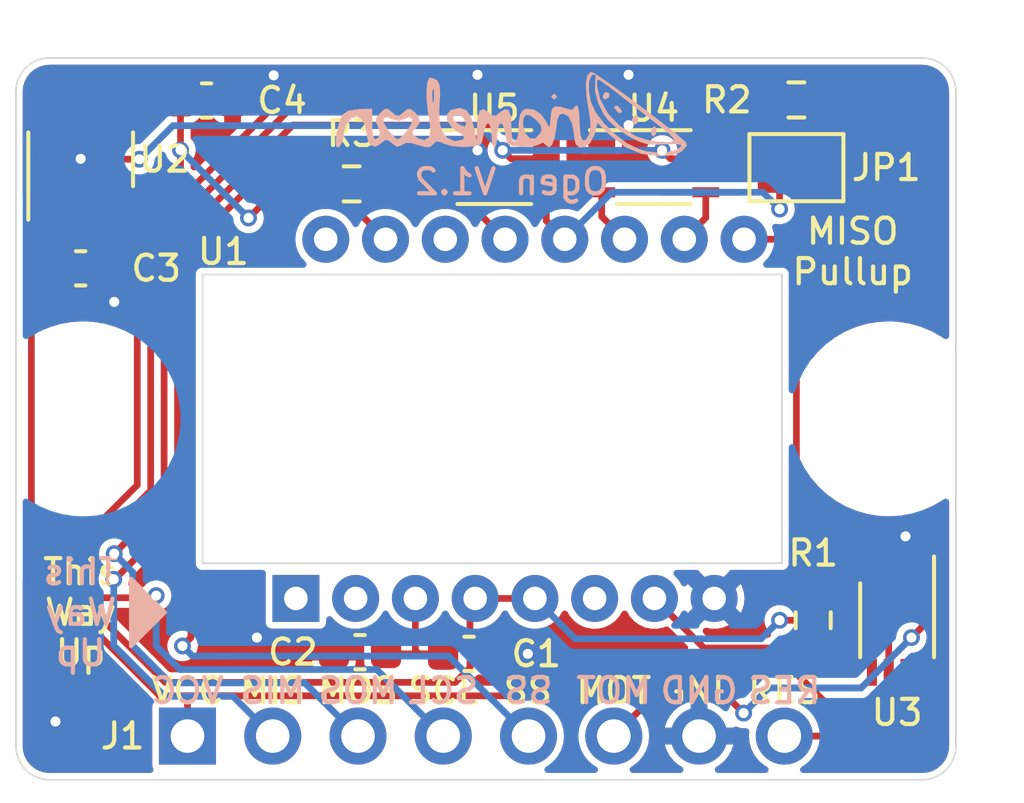
<source format=kicad_pcb>
(kicad_pcb (version 20211014) (generator pcbnew)
  (title_block (title "Ogen") (date "2022-11-11") (rev "V1.2") (company "Ariamelon"))
  (layers (0 "F.Cu" signal) (31 "B.Cu" signal) (34 "B.Paste" user) (35 "F.Paste" user) (36 "B.SilkS" user "B.Silkscreen") (37 "F.SilkS" user "F.Silkscreen") (38 "B.Mask" user) (39 "F.Mask" user) (44 "Edge.Cuts" user))
  (net 0 "")
  (net 1 "GND")
  (net 2 "Net-(C1-Pad1)")
  (net 3 "VCC")
  (net 4 "NRESET")
  (net 5 "MOT-H")
  (net 6 "SS-H")
  (net 7 "SCLK-H")
  (net 8 "MOSI-H")
  (net 9 "MISO-H")
  (net 10 "Net-(JP1-Pad1)")
  (net 11 "MISO")
  (net 12 "MOT")
  (net 13 "SCLK")
  (net 14 "MOSI")
  (net 15 "SS")
  (net 16 "VDD")
  (net 22 "Net-(R3-Pad1)")
  (net 23 "NRESET-H")
  (footprint "Connector_PinHeader_2.54mm:PinHeader_1x08_P2.54mm_Vertical" (layer "F.Cu") (at 26.572 33.184 90)
    (fp_text reference "J1" (at 0 -10.822 unlocked) (layer "F.SilkS") (effects (font (size 0.75 0.75) (thickness 0.125))))
    (fp_text value "Input")
    (pad "1" thru_hole rect locked (at 0 -8.89 90) (size 1.7 1.7) (drill 1) (layers *.Cu *.Mask) (net 3 "VCC"))
    (pad "2" thru_hole oval locked (at 0 -6.35 90) (size 1.7 1.7) (drill 1) (layers *.Cu *.Mask) (net 9 "MISO-H"))
    (pad "3" thru_hole oval locked (at 0 -3.81 90) (size 1.7 1.7) (drill 1) (layers *.Cu *.Mask) (net 8 "MOSI-H"))
    (pad "4" thru_hole oval locked (at 0 -1.27 90) (size 1.7 1.7) (drill 1) (layers *.Cu *.Mask) (net 7 "SCLK-H"))
    (pad "5" thru_hole oval locked (at 0 1.27 90) (size 1.7 1.7) (drill 1) (layers *.Cu *.Mask) (net 6 "SS-H"))
    (pad "6" thru_hole oval locked (at 0 3.81 90) (size 1.7 1.7) (drill 1) (layers *.Cu *.Mask) (net 5 "MOT-H"))
    (pad "7" thru_hole oval locked (at 0 6.35 90) (size 1.7 1.7) (drill 1) (layers *.Cu *.Mask) (net 1 "GND"))
    (pad "8" thru_hole oval locked (at 0 8.89 90) (size 1.7 1.7) (drill 1) (layers *.Cu *.Mask) (net 23 "NRESET-H"))
  )
  (footprint "Ogen:IC_PMW3360DM-T2QU" (layer "F.Cu") (at 26.572 23.734 90)
    (fp_text reference "U1" (at 4.984 -7.822 unlocked) (layer "F.SilkS") (effects (font (size 0.75 0.75) (thickness 0.125))))
    (fp_text value "PMW3360DM-T2QU")
    (fp_line (start 4.3 -8.44) (end -4.3 -8.44) (layer "Edge.Cuts") (width 0.05))
    (fp_line (start 4.3 8.82) (end -4.3 8.82) (layer "Edge.Cuts") (width 0.05))
    (fp_line (start 4.3 -8.44) (end 4.3 8.82) (layer "Edge.Cuts") (width 0.05))
    (fp_line (start -4.3 -8.44) (end -4.3 8.82) (layer "Edge.Cuts") (width 0.05))
    (pad "1" thru_hole rect locked (at -5.35 -5.66 270) (size 1.4 1.4) (drill 0.7) (layers *.Cu *.Mask))
    (pad "2" thru_hole circle locked (at -5.35 -3.88 270) (size 1.4 1.4) (drill 0.7) (layers *.Cu *.Mask))
    (pad "3" thru_hole circle locked (at -5.35 -2.1 270) (size 1.4 1.4) (drill 0.7) (layers *.Cu *.Mask) (net 2 "Net-(C1-Pad1)"))
    (pad "4" thru_hole circle locked (at -5.35 -0.32 270) (size 1.4 1.4) (drill 0.7) (layers *.Cu *.Mask) (net 16 "VDD"))
    (pad "5" thru_hole circle locked (at -5.35 1.46 270) (size 1.4 1.4) (drill 0.7) (layers *.Cu *.Mask) (net 16 "VDD"))
    (pad "6" thru_hole circle locked (at -5.35 3.24 270) (size 1.4 1.4) (drill 0.7) (layers *.Cu *.Mask))
    (pad "7" thru_hole circle locked (at -5.35 5.02 270) (size 1.4 1.4) (drill 0.7) (layers *.Cu *.Mask) (net 4 "NRESET"))
    (pad "8" thru_hole circle locked (at -5.35 6.8 270) (size 1.4 1.4) (drill 0.7) (layers *.Cu *.Mask) (net 1 "GND"))
    (pad "9" thru_hole circle locked (at 5.35 7.69 270) (size 1.4 1.4) (drill 0.7) (layers *.Cu *.Mask) (net 12 "MOT"))
    (pad "10" thru_hole circle locked (at 5.35 5.91 270) (size 1.4 1.4) (drill 0.7) (layers *.Cu *.Mask) (net 13 "SCLK"))
    (pad "11" thru_hole circle locked (at 5.35 4.13 270) (size 1.4 1.4) (drill 0.7) (layers *.Cu *.Mask) (net 14 "MOSI"))
    (pad "12" thru_hole circle locked (at 5.35 2.35 270) (size 1.4 1.4) (drill 0.7) (layers *.Cu *.Mask) (net 11 "MISO"))
    (pad "13" thru_hole circle locked (at 5.35 0.57 270) (size 1.4 1.4) (drill 0.7) (layers *.Cu *.Mask) (net 15 "SS"))
    (pad "14" thru_hole circle locked (at 5.35 -1.21 270) (size 1.4 1.4) (drill 0.7) (layers *.Cu *.Mask))
    (pad "15" thru_hole circle locked (at 5.35 -2.99 270) (size 1.4 1.4) (drill 0.7) (layers *.Cu *.Mask) (net 22 "Net-(R3-Pad1)"))
    (pad "16" thru_hole circle locked (at 5.35 -4.77 270) (size 1.4 1.4) (drill 0.7) (layers *.Cu *.Mask))
  )
  (footprint "MountingHole:MountingHole_2.2mm_M2" (layer "F.Cu") (at 14.572002 23.734001 90)
    (fp_text reference "H1" hide)
    (fp_text value "M2")
    (pad "" np_thru_hole circle locked (at 0 0 90) (size 2.2 2.2) (drill 2.2) (layers *.Cu *.Mask))
  )
  (footprint "MountingHole:MountingHole_2.2mm_M2" (layer "F.Cu") (at 38.571998 23.733999 90)
    (fp_text reference "H2" hide)
    (fp_text value "M2")
    (pad "" np_thru_hole circle locked (at 0 0 90) (size 2.2 2.2) (drill 2.2) (layers *.Cu *.Mask))
  )
  (footprint "Package_SO:VSSOP-8_2.3x2mm_P0.5mm" (layer "F.Cu") (at 31.572 16.234)
    (fp_text reference "U4" (at 0 -1.75 unlocked) (layer "F.SilkS") (effects (font (size 0.75 0.75) (thickness 0.125))))
    (fp_text value "TXS0102DCU")
    (fp_line (start 1.1 -1.1) (end -1.9 -1.1) (layer "F.SilkS") (width 0.12))
    (fp_line (start 1.1 1.1) (end -1.1 1.1) (layer "F.SilkS") (width 0.12))
    (pad "1" smd rect (at -1.55 -0.75 270) (size 0.3 0.8) (layers "F.Cu" "F.Paste" "F.Mask") (net 8 "MOSI-H"))
    (pad "2" smd rect (at -1.55 -0.25 270) (size 0.3 0.8) (layers "F.Cu" "F.Paste" "F.Mask") (net 1 "GND"))
    (pad "3" smd rect (at -1.55 0.25 270) (size 0.3 0.8) (layers "F.Cu" "F.Paste" "F.Mask") (net 16 "VDD"))
    (pad "4" smd rect (at -1.55 0.75 270) (size 0.3 0.8) (layers "F.Cu" "F.Paste" "F.Mask") (net 14 "MOSI"))
    (pad "5" smd rect (at 1.55 0.75 270) (size 0.3 0.8) (layers "F.Cu" "F.Paste" "F.Mask") (net 13 "SCLK"))
    (pad "6" smd rect (at 1.55 0.25 270) (size 0.3 0.8) (layers "F.Cu" "F.Paste" "F.Mask") (net 16 "VDD"))
    (pad "7" smd rect (at 1.55 -0.25 270) (size 0.3 0.8) (layers "F.Cu" "F.Paste" "F.Mask") (net 3 "VCC"))
    (pad "8" smd rect (at 1.55 -0.75 270) (size 0.3 0.8) (layers "F.Cu" "F.Paste" "F.Mask") (net 7 "SCLK-H"))
  )
  (footprint "Capacitor_SMD:C_0603_1608Metric" (layer "F.Cu") (at 26.072 30.734)
    (fp_text reference "C1" (at 2 0 unlocked) (layer "F.SilkS") (effects (font (size 0.75 0.75) (thickness 0.125))))
    (fp_text value "4.7uF")
    (fp_line (start -0.14058 0.51) (end 0.14058 0.51) (layer "F.SilkS") (width 0.12))
    (fp_line (start -0.14058 -0.51) (end 0.14058 -0.51) (layer "F.SilkS") (width 0.12))
    (pad "1" smd roundrect (at -0.775 0) (size 0.9 0.95) (layers "F.Cu" "F.Paste" "F.Mask") (net 2 "Net-(C1-Pad1)"))
    (pad "2" smd roundrect (at 0.775 0) (size 0.9 0.95) (layers "F.Cu" "F.Paste" "F.Mask") (net 1 "GND"))
  )
  (footprint "Package_SO:VSSOP-8_2.3x2mm_P0.5mm" (layer "F.Cu") (at 38.822 29.734 -90)
    (fp_text reference "U3" (at 2.75 0 unlocked) (layer "F.SilkS") (effects (font (size 0.75 0.75) (thickness 0.125))))
    (fp_text value "TXS0102DCU")
    (fp_line (start 1.1 -1.1) (end -1.9 -1.1) (layer "F.SilkS") (width 0.12))
    (fp_line (start 1.1 1.1) (end -1.1 1.1) (layer "F.SilkS") (width 0.12))
    (pad "1" smd rect (at -1.55 -0.75 180) (size 0.3 0.8) (layers "F.Cu" "F.Paste" "F.Mask") (net 5 "MOT-H"))
    (pad "2" smd rect (at -1.55 -0.25 180) (size 0.3 0.8) (layers "F.Cu" "F.Paste" "F.Mask") (net 1 "GND"))
    (pad "3" smd rect (at -1.55 0.25 180) (size 0.3 0.8) (layers "F.Cu" "F.Paste" "F.Mask") (net 16 "VDD"))
    (pad "4" smd rect (at -1.55 0.75 180) (size 0.3 0.8) (layers "F.Cu" "F.Paste" "F.Mask") (net 12 "MOT"))
    (pad "5" smd rect (at 1.55 0.75 180) (size 0.3 0.8) (layers "F.Cu" "F.Paste" "F.Mask") (net 4 "NRESET"))
    (pad "6" smd rect (at 1.55 0.25 180) (size 0.3 0.8) (layers "F.Cu" "F.Paste" "F.Mask") (net 16 "VDD"))
    (pad "7" smd rect (at 1.55 -0.25 180) (size 0.3 0.8) (layers "F.Cu" "F.Paste" "F.Mask") (net 3 "VCC"))
    (pad "8" smd rect (at 1.55 -0.75 180) (size 0.3 0.8) (layers "F.Cu" "F.Paste" "F.Mask") (net 23 "NRESET-H"))
  )
  (footprint "Capacitor_SMD:C_0603_1608Metric" (layer "F.Cu") (at 14.5 19.25)
    (fp_text reference "C3" (at 2.25 0 unlocked) (layer "F.SilkS") (effects (font (size 0.75 0.75) (thickness 0.125))))
    (fp_text value "1uF")
    (fp_line (start -0.14058 -0.51) (end 0.14058 -0.51) (layer "F.SilkS") (width 0.12))
    (fp_line (start -0.14058 0.51) (end 0.14058 0.51) (layer "F.SilkS") (width 0.12))
    (pad "1" smd roundrect (at -0.775 0) (size 0.9 0.95) (layers "F.Cu" "F.Paste" "F.Mask") (net 3 "VCC"))
    (pad "2" smd roundrect (at 0.775 0) (size 0.9 0.95) (layers "F.Cu" "F.Paste" "F.Mask") (net 1 "GND"))
  )
  (footprint "Resistor_SMD:R_0603_1608Metric" (layer "F.Cu") (at 35.822 14.234 180)
    (fp_text reference "R2" (at 2.072 0 unlocked) (layer "F.SilkS") (effects (font (size 0.75 0.75) (thickness 0.125))))
    (fp_text value "10k")
    (fp_line (start -0.237258 -0.5225) (end 0.237258 -0.5225) (layer "F.SilkS") (width 0.12))
    (fp_line (start -0.237258 0.5225) (end 0.237258 0.5225) (layer "F.SilkS") (width 0.12))
    (pad "1" smd roundrect (at -0.825 0 180) (size 0.8 0.95) (layers "F.Cu" "F.Paste" "F.Mask") (net 10 "Net-(JP1-Pad1)"))
    (pad "2" smd roundrect (at 0.825 0 180) (size 0.8 0.95) (layers "F.Cu" "F.Paste" "F.Mask") (net 16 "VDD"))
  )
  (footprint "Capacitor_SMD:C_0603_1608Metric" (layer "F.Cu") (at 22.822 30.684 180)
    (fp_text reference "C2" (at 2 0 unlocked) (layer "F.SilkS") (effects (font (size 0.75 0.75) (thickness 0.125))))
    (fp_text value "100nF")
    (fp_line (start -0.14058 -0.51) (end 0.14058 -0.51) (layer "F.SilkS") (width 0.12))
    (fp_line (start -0.14058 0.51) (end 0.14058 0.51) (layer "F.SilkS") (width 0.12))
    (pad "1" smd roundrect (at -0.775 0 180) (size 0.9 0.95) (layers "F.Cu" "F.Paste" "F.Mask") (net 2 "Net-(C1-Pad1)"))
    (pad "2" smd roundrect (at 0.775 0 180) (size 0.9 0.95) (layers "F.Cu" "F.Paste" "F.Mask") (net 1 "GND"))
  )
  (footprint "Resistor_SMD:R_0603_1608Metric" (layer "F.Cu") (at 22.572 16.734)
    (fp_text reference "R3" (at 0 -1.5 unlocked) (layer "F.SilkS") (effects (font (size 0.75 0.75) (thickness 0.125))))
    (fp_text value "39R")
    (fp_line (start -0.237258 -0.5225) (end 0.237258 -0.5225) (layer "F.SilkS") (width 0.12))
    (fp_line (start -0.237258 0.5225) (end 0.237258 0.5225) (layer "F.SilkS") (width 0.12))
    (pad "1" smd roundrect (at -0.825 0) (size 0.8 0.95) (layers "F.Cu" "F.Paste" "F.Mask") (net 22 "Net-(R3-Pad1)"))
    (pad "2" smd roundrect (at 0.825 0) (size 0.8 0.95) (layers "F.Cu" "F.Paste" "F.Mask") (net 16 "VDD"))
  )
  (footprint "Jumper:SolderJumper-2_P1.3mm_Open_Pad1.0x1.5mm" (layer "F.Cu") (at 35.822 16.25 180)
    (fp_text reference "JP1" (at -2.678 0 unlocked) (layer "F.SilkS") (effects (font (size 0.75 0.75) (thickness 0.125))))
    (fp_text value "Jumper")
    (fp_line (start -1.4 -1) (end 1.4 -1) (layer "F.SilkS") (width 0.12))
    (fp_line (start -1.4 1) (end -1.4 -1) (layer "F.SilkS") (width 0.12))
    (fp_line (start 1.4 -1) (end 1.4 1) (layer "F.SilkS") (width 0.12))
    (fp_line (start 1.4 1) (end -1.4 1) (layer "F.SilkS") (width 0.12))
    (pad "1" smd rect (at -0.65 0 180) (size 1 1.5) (layers "F.Cu" "F.Mask") (net 10 "Net-(JP1-Pad1)"))
    (pad "2" smd rect (at 0.65 0 180) (size 1 1.5) (layers "F.Cu" "F.Mask") (net 11 "MISO"))
  )
  (footprint "Package_TO_SOT_SMD:SOT-23-5" (layer "F.Cu") (at 14.5 16 90)
    (fp_text reference "U2" (at 0 2.5 unlocked) (layer "F.SilkS") (effects (font (size 0.75 0.75) (thickness 0.125))))
    (fp_text value "VRH1902LTX")
    (fp_line (start 0 1.56) (end -0.8 1.56) (layer "F.SilkS") (width 0.12))
    (fp_line (start 0 -1.56) (end 0.8 -1.56) (layer "F.SilkS") (width 0.12))
    (fp_line (start 0 1.56) (end 0.8 1.56) (layer "F.SilkS") (width 0.12))
    (fp_line (start 0 -1.56) (end -1.8 -1.56) (layer "F.SilkS") (width 0.12))
    (pad "1" smd roundrect (at -1.1375 -0.95 90) (size 1.325 0.6) (layers "F.Cu" "F.Paste" "F.Mask") (net 3 "VCC"))
    (pad "2" smd roundrect (at -1.1375 0 90) (size 1.325 0.6) (layers "F.Cu" "F.Paste" "F.Mask") (net 1 "GND"))
    (pad "3" smd roundrect (at -1.1375 0.95 90) (size 1.325 0.6) (layers "F.Cu" "F.Paste" "F.Mask") (net 3 "VCC"))
    (pad "4" smd roundrect (at 1.1375 0.95 90) (size 1.325 0.6) (layers "F.Cu" "F.Paste" "F.Mask"))
    (pad "5" smd roundrect (at 1.1375 -0.95 90) (size 1.325 0.6) (layers "F.Cu" "F.Paste" "F.Mask") (net 16 "VDD"))
  )
  (footprint "Package_SO:VSSOP-8_2.3x2mm_P0.5mm" (layer "F.Cu") (at 26.822 16.234)
    (fp_text reference "U5" (at 0 -1.75 unlocked) (layer "F.SilkS") (effects (font (size 0.75 0.75) (thickness 0.125))))
    (fp_text value "TXS0102DCU")
    (fp_line (start 1.1 1.1) (end -1.1 1.1) (layer "F.SilkS") (width 0.12))
    (fp_line (start 1.1 -1.1) (end -1.9 -1.1) (layer "F.SilkS") (width 0.12))
    (pad "1" smd rect (at -1.55 -0.75 270) (size 0.3 0.8) (layers "F.Cu" "F.Paste" "F.Mask") (net 6 "SS-H"))
    (pad "2" smd rect (at -1.55 -0.25 270) (size 0.3 0.8) (layers "F.Cu" "F.Paste" "F.Mask") (net 1 "GND"))
    (pad "3" smd rect (at -1.55 0.25 270) (size 0.3 0.8) (layers "F.Cu" "F.Paste" "F.Mask") (net 16 "VDD"))
    (pad "4" smd rect (at -1.55 0.75 270) (size 0.3 0.8) (layers "F.Cu" "F.Paste" "F.Mask") (net 15 "SS"))
    (pad "5" smd rect (at 1.55 0.75 270) (size 0.3 0.8) (layers "F.Cu" "F.Paste" "F.Mask") (net 11 "MISO"))
    (pad "6" smd rect (at 1.55 0.25 270) (size 0.3 0.8) (layers "F.Cu" "F.Paste" "F.Mask") (net 16 "VDD"))
    (pad "7" smd rect (at 1.55 -0.25 270) (size 0.3 0.8) (layers "F.Cu" "F.Paste" "F.Mask") (net 3 "VCC"))
    (pad "8" smd rect (at 1.55 -0.75 270) (size 0.3 0.8) (layers "F.Cu" "F.Paste" "F.Mask") (net 9 "MISO-H"))
  )
  (footprint "Capacitor_SMD:C_0603_1608Metric" (layer "F.Cu") (at 18.25 14.25)
    (fp_text reference "C4" (at 2.25 0 unlocked) (layer "F.SilkS") (effects (font (size 0.75 0.75) (thickness 0.125))))
    (fp_text value "1uF")
    (fp_line (start -0.14058 -0.51) (end 0.14058 -0.51) (layer "F.SilkS") (width 0.12))
    (fp_line (start -0.14058 0.51) (end 0.14058 0.51) (layer "F.SilkS") (width 0.12))
    (pad "1" smd roundrect (at -0.775 0) (size 0.9 0.95) (layers "F.Cu" "F.Paste" "F.Mask") (net 16 "VDD"))
    (pad "2" smd roundrect (at 0.775 0) (size 0.9 0.95) (layers "F.Cu" "F.Paste" "F.Mask") (net 1 "GND"))
  )
  (footprint "Resistor_SMD:R_0603_1608Metric" (layer "F.Cu") (at 36.322 29.734 90)
    (fp_text reference "R1" (at 2 0 unlocked) (layer "F.SilkS") (effects (font (size 0.75 0.75) (thickness 0.125))))
    (fp_text value "10k")
    (fp_line (start -0.237258 -0.5225) (end 0.237258 -0.5225) (layer "F.SilkS") (width 0.12))
    (fp_line (start -0.237258 0.5225) (end 0.237258 0.5225) (layer "F.SilkS") (width 0.12))
    (pad "1" smd roundrect (at -0.825 0 90) (size 0.8 0.95) (layers "F.Cu" "F.Paste" "F.Mask") (net 4 "NRESET"))
    (pad "2" smd roundrect (at 0.825 0 90) (size 0.8 0.95) (layers "F.Cu" "F.Paste" "F.Mask") (net 16 "VDD"))
  )
  (footprint "Ogen:Ariamelon_Logo" (layer "B.Cu") (at 27.334 14.642 180)
    (fp_text reference "A1" hide)
    (fp_text value "Art" hide)
    (fp_poly (pts (xy -2.763476 0.618587) (xy -2.711058 0.502) (xy -2.765274 0.426276) (xy -2.789003 0.423333) (xy -2.904487 0.484545) (xy -2.917384 0.50215) (xy -2.913338 0.60265) (xy -2.82383 0.646397)) (layer "B.SilkS") (width 0) (fill solid))
    (fp_poly (pts (xy -3.597732 -0.13838) (xy -3.557296 -0.275167) (xy -3.610053 -0.33584) (xy -3.715851 -0.307486) (xy -3.767666 -0.254) (xy -3.77863 -0.112532) (xy -3.76208 -0.075628) (xy -3.683515 -0.053364)) (layer "B.SilkS") (width 0) (fill solid))
    (fp_poly (pts (xy -2.370666 1.249546) (xy -2.260398 1.146659) (xy -2.214887 0.896906) (xy -2.234847 0.510181) (xy -2.290969 0.148152) (xy -2.345611 -0.206257) (xy -2.350179 -0.448069) (xy -2.305186 -0.62629) (xy -2.299223 -0.639789) (xy -2.19851 -0.793728) (xy -2.116383 -0.787947) (xy -2.059109 -0.631609) (xy -2.032955 -0.333879) (xy -2.032 -0.249003) (xy -2.019033 0.019542) (xy -1.98522 0.201388) (xy -1.947333 0.254) (xy -1.865107 0.191515) (xy -1.862666 0.17199) (xy -1.800807 0.116497) (xy -1.756833 0.122585) (xy -1.463531 0.205205) (xy -1.293112 0.217423) (xy -1.208711 0.145) (xy -1.173464 -0.026301) (xy -1.166456 -0.105447) (xy -1.146284 -0.325686) (xy -1.122438 -0.393646) (xy -1.077891 -0.325853) (xy -1.036269 -0.231793) (xy -0.879706 -0.012495) (xy -0.664824 0.123326) (xy -0.445663 0.148454) (xy -0.353258 0.112219) (xy -0.254141 -0.023305) (xy -0.213664 -0.282524) (xy -0.211666 -0.384145) (xy -0.190045 -0.658178) (xy -0.130551 -0.809045) (xy -0.105833 -0.8255) (xy -0.040822 -0.792589) (xy -0.007309 -0.626126) (xy 0 -0.393052) (xy 0.02163 -0.061861) (xy 0.089452 0.110739) (xy 0.207863 0.130252) (xy 0.344002 0.037505) (xy 0.475523 -0.062052) (xy 0.577406 -0.041636) (xy 0.671998 0.037505) (xy 0.835782 0.137831) (xy 0.946343 0.087971) (xy 1.008251 -0.117278) (xy 1.025277 -0.36483) (xy 1.034553 -0.804334) (xy 1.10707 -0.435471) (xy 1.142296 -0.309679) (xy 1.354667 -0.309679) (xy 1.388144 -0.385244) (xy 1.513119 -0.344468) (xy 1.519285 -0.34119) (xy 1.67371 -0.236459) (xy 1.732333 -0.174729) (xy 1.720639 -0.066861) (xy 1.691006 -0.040895) (xy 1.558814 -0.041999) (xy 1.424584 -0.14405) (xy 1.355423 -0.29342) (xy 1.354667 -0.309679) (xy 1.142296 -0.309679) (xy 1.201858 -0.09698) (xy 1.333098 0.096368) (xy 1.518082 0.167674) (xy 1.559767 0.169333) (xy 1.802977 0.114948) (xy 1.923226 -0.024047) (xy 1.916162 -0.211413) (xy 1.777437 -0.410907) (xy 1.641748 -0.513718) (xy 1.459222 -0.638119) (xy 1.408851 -0.716298) (xy 1.471647 -0.778392) (xy 1.474123 -0.779787) (xy 1.698637 -0.819558) (xy 1.917286 -0.714388) (xy 2.065922 -0.523167) (xy 2.136136 -0.280722) (xy 2.15092 0.081577) (xy 2.139622 0.298802) (xy 2.127786 0.550333) (xy 2.307352 0.550333) (xy 2.314167 0.376082) (xy 2.333353 0.331108) (xy 2.344173 0.358846) (xy 2.359943 0.562167) (xy 2.345882 0.697513) (xy 2.323578 0.744438) (xy 2.309548 0.642673) (xy 2.307352 0.550333) (xy 2.127786 0.550333) (xy 2.123836 0.634265) (xy 2.13957 0.843068) (xy 2.19202 0.965824) (xy 2.229919 1.004591) (xy 2.376517 1.071788) (xy 2.451625 1.060625) (xy 2.50794 0.940866) (xy 2.533321 0.701685) (xy 2.52775 0.390148) (xy 2.491208 0.053322) (xy 2.452083 -0.151526) (xy 2.409118 -0.485844) (xy 2.456443 -0.700249) (xy 2.588204 -0.783191) (xy 2.753281 -0.745859) (xy 2.926548 -0.640925) (xy 2.942146 -0.536726) (xy 2.836333 -0.423333) (xy 2.720149 -0.258498) (xy 2.743488 -0.169862) (xy 2.956281 -0.169862) (xy 2.993466 -0.324096) (xy 3.099704 -0.487832) (xy 3.250273 -0.659667) (xy 3.365139 -0.755098) (xy 3.386667 -0.762) (xy 3.479723 -0.701072) (xy 3.624011 -0.548903) (xy 3.673629 -0.487832) (xy 3.799821 -0.278608) (xy 3.808793 -0.145254) (xy 3.708315 -0.110924) (xy 3.56509 -0.164469) (xy 3.356958 -0.215975) (xy 3.208244 -0.164469) (xy 3.030464 -0.108936) (xy 2.956281 -0.169862) (xy 2.743488 -0.169862) (xy 2.766866 -0.081076) (xy 2.878667 0.042333) (xy 3.011786 0.145168) (xy 3.1122 0.129744) (xy 3.217334 0.042333) (xy 3.349704 -0.059982) (xy 3.449981 -0.045373) (xy 3.558988 0.045037) (xy 3.688037 0.146109) (xy 3.784155 0.135611) (xy 3.913534 0.018763) (xy 4.034094 -0.12979) (xy 4.035534 -0.261869) (xy 3.985226 -0.369991) (xy 3.92337 -0.575931) (xy 3.967169 -0.721178) (xy 4.068997 -0.762) (xy 4.11303 -0.68553) (xy 4.141964 -0.48865) (xy 4.148667 -0.306148) (xy 4.148667 0.149703) (xy 4.537768 0.136606) (xy 4.8594 0.089402) (xy 5.036728 -0.026731) (xy 5.11201 -0.190687) (xy 5.177088 -0.43172) (xy 5.221135 -0.688571) (xy 5.233326 -0.899978) (xy 5.208748 -1.000141) (xy 5.130001 -0.996056) (xy 5.053521 -0.872887) (xy 5.003796 -0.679421) (xy 4.99663 -0.577548) (xy 4.937035 -0.338277) (xy 4.791223 -0.154746) (xy 4.611265 -0.084667) (xy 4.471689 -0.160333) (xy 4.364116 -0.351367) (xy 4.318153 -0.603819) (xy 4.318 -0.619067) (xy 4.268124 -0.823754) (xy 4.189412 -0.932652) (xy 4.06775 -0.99069) (xy 3.935998 -0.924758) (xy 3.893079 -0.887563) (xy 3.760444 -0.785692) (xy 3.659623 -0.802573) (xy 3.557588 -0.887563) (xy 3.413327 -0.986382) (xy 3.296799 -0.959549) (xy 3.258509 -0.930373) (xy 3.139708 -0.869203) (xy 2.97543 -0.879315) (xy 2.781271 -0.935535) (xy 2.555526 -1.00016) (xy 2.429206 -0.99786) (xy 2.345074 -0.925983) (xy 2.336844 -0.914957) (xy 2.244876 -0.829348) (xy 2.123162 -0.845188) (xy 2.015697 -0.896866) (xy 1.786348 -0.965083) (xy 1.472346 -0.994719) (xy 1.342112 -0.993154) (xy 1.072367 -0.970762) (xy 0.929664 -0.923793) (xy 0.871893 -0.83552) (xy 0.865613 -0.803898) (xy 0.808042 -0.488986) (xy 0.750528 -0.32463) (xy 0.686047 -0.292204) (xy 0.674851 -0.297868) (xy 0.62234 -0.407816) (xy 0.594179 -0.617716) (xy 0.592667 -0.68233) (xy 0.573626 -0.892551) (xy 0.526141 -1.008238) (xy 0.508 -1.016) (xy 0.454658 -0.940962) (xy 0.425303 -0.753822) (xy 0.423334 -0.68233) (xy 0.404246 -0.457336) (xy 0.356834 -0.3137) (xy 0.341149 -0.297868) (xy 0.274675 -0.311713) (xy 0.216331 -0.455473) (xy 0.15923 -0.747438) (xy 0.150469 -0.804334) (xy 0.104919 -0.909861) (xy -0.019643 -0.966099) (xy -0.26658 -0.991544) (xy -0.291194 -0.992724) (xy -0.559498 -0.984935) (xy -0.767163 -0.943511) (xy -0.825819 -0.913502) (xy -0.943617 -0.863052) (xy -1.018927 -0.93607) (xy -1.116168 -1.008669) (xy -1.209611 -0.931312) (xy -1.287313 -0.723182) (xy -1.326166 -0.483219) (xy -0.893415 -0.483219) (xy -0.852336 -0.582073) (xy -0.70817 -0.736811) (xy -0.549561 -0.733794) (xy -0.426312 -0.598233) (xy -0.349132 -0.363295) (xy -0.356967 -0.151053) (xy -0.432137 -0.036892) (xy -0.547662 -0.052119) (xy -0.70992 -0.164623) (xy -0.737119 -0.190635) (xy -0.873785 -0.353521) (xy -0.893415 -0.483219) (xy -1.326166 -0.483219) (xy -1.335055 -0.428317) (xy -1.371699 -0.168025) (xy -1.428768 -0.038264) (xy -1.524535 -0.000249) (xy -1.536867 0) (xy -1.689375 -0.077744) (xy -1.802847 -0.28595) (xy -1.85944 -0.587078) (xy -1.862666 -0.685503) (xy -1.911038 -0.909962) (xy -2.032091 -1.011005) (xy -2.189738 -0.99499) (xy -2.347886 -0.868278) (xy -2.470447 -0.63723) (xy -2.4885 -0.575207) (xy -2.564001 -0.278001) (xy -2.898162 -0.612163) (xy -3.371877 -0.98798) (xy -3.888276 -1.203982) (xy -4.414453 -1.268141) (xy -4.766009 -1.245384) (xy -5.005417 -1.165674) (xy -5.091787 -1.106677) (xy -5.201434 -0.980662) (xy -5.054234 -0.980662) (xy -4.911052 -1.071444) (xy -4.8895 -1.081998) (xy -4.511635 -1.172692) (xy -4.047237 -1.126205) (xy -3.784629 -1.051015) (xy -3.439511 -0.87797) (xy -3.08244 -0.60821) (xy -2.75592 -0.283606) (xy -2.502451 0.053971) (xy -2.369451 0.343182) (xy -2.307128 0.686203) (xy -2.314162 0.96219) (xy -2.387446 1.133773) (xy -2.437859 1.165924) (xy -2.509771 1.145326) (xy -2.495257 0.99421) (xy -2.495034 0.993323) (xy -2.48695 0.686377) (xy -2.578417 0.325779) (xy -2.748491 -0.023147) (xy -2.8764 -0.19615) (xy -3.09542 -0.398579) (xy -3.385973 -0.609359) (xy -3.557702 -0.712422) (xy -3.834059 -0.847838) (xy -4.070264 -0.912935) (xy -4.348566 -0.92477) (xy -4.537199 -0.915538) (xy -4.871089 -0.904495) (xy -5.042174 -0.925608) (xy -5.054234 -0.980662) (xy -5.201434 -0.980662) (xy -5.224037 -0.954685) (xy -5.207 -0.85932) (xy -5.135497 -0.795418) (xy -4.849027 -0.795418) (xy -4.696362 -0.848654) (xy -4.438633 -0.848003) (xy -4.128838 -0.800323) (xy -3.819973 -0.712472) (xy -3.651397 -0.640438) (xy -3.216422 -0.352609) (xy -2.872042 0.009962) (xy -2.65402 0.407895) (xy -2.629757 0.484519) (xy -2.554769 0.805066) (xy -2.54964 0.978436) (xy -2.590576 1.016) (xy -2.673567 0.966661) (xy -2.859668 0.83294) (xy -3.119798 0.636281) (xy -3.373743 0.438529) (xy -3.723436 0.163866) (xy -4.071375 -0.107749) (xy -4.367563 -0.337359) (xy -4.503305 -0.441555) (xy -4.706028 -0.60994) (xy -4.829565 -0.740067) (xy -4.849027 -0.795418) (xy -5.135497 -0.795418) (xy -5.042155 -0.711999) (xy -4.784857 -0.501378) (xy -4.459907 -0.245897) (xy -4.092107 0.036004) (xy -3.706256 0.325884) (xy -3.327156 0.605303) (xy -2.979609 0.855821) (xy -2.688415 1.058999) (xy -2.478376 1.196396) (xy -2.374293 1.249571)) (layer "B.SilkS") (width 0) (fill solid))
    (fp_poly (pts (xy -4.155429 -0.503502) (xy -4.148666 -0.55533) (xy -4.196005 -0.664757) (xy -4.233333 -0.677334) (xy -4.301458 -0.606208) (xy -4.318 -0.503003) (xy -4.285407 -0.385933) (xy -4.233333 -0.381)) (layer "B.SilkS") (width 0) (fill solid))
    (fp_poly (pts (xy -3.059237 0.215013) (xy -3.063875 0.164041) (xy -3.17107 0.035729) (xy -3.212041 0.015875) (xy -3.290762 0.038987) (xy -3.286125 0.089958) (xy -3.178929 0.21827) (xy -3.137958 0.238125)) (layer "B.SilkS") (width 0) (fill solid))
    (fp_poly (pts (xy -1.187793 0.528237) (xy -1.185333 0.508) (xy -1.249762 0.425793) (xy -1.27 0.423333) (xy -1.352206 0.487762) (xy -1.354666 0.508) (xy -1.290237 0.590206) (xy -1.27 0.592666)) (layer "B.SilkS") (width 0) (fill solid))
  )
  (gr_poly (pts (xy 15.999999 28.500002) (xy 15.999999 30.500002) (xy 17.000001 29.500003)) (layer "B.SilkS") (width 0.12) (fill solid))
  (gr_poly (pts (xy 15.999999 30.5) (xy 15.999999 28.5) (xy 17 29.5)) (layer "F.SilkS") (width 0.12) (fill solid))
  (gr_arc (start 40.572 33.484) (mid 40.279107 34.191107) (end 39.572 34.484) (layer "Edge.Cuts") (width 0.05))
  (gr_line (start 13.572 34.484) (end 39.572 34.484) (layer "Edge.Cuts") (width 0.05))
  (gr_line (start 12.572 13.984) (end 12.572 33.484) (layer "Edge.Cuts") (width 0.05))
  (gr_line (start 39.572 12.984) (end 13.572 12.984) (layer "Edge.Cuts") (width 0.05))
  (gr_arc (start 12.572 13.984) (mid 12.864893 13.276893) (end 13.572 12.984) (layer "Edge.Cuts") (width 0.05))
  (gr_arc (start 13.572 34.484) (mid 12.864893 34.191107) (end 12.572 33.484) (layer "Edge.Cuts") (width 0.05))
  (gr_arc (start 39.572 12.984) (mid 40.279107 13.276893) (end 40.572 13.984) (layer "Edge.Cuts") (width 0.05))
  (gr_line (start 40.572 33.484) (end 40.572 13.984) (layer "Edge.Cuts") (width 0.05))
  (gr_text "MOT" (at 30.382 31.834) (layer "B.SilkS") (effects (font (size 0.75 0.75) (thickness 0.125)) (justify mirror)))
  (gr_text "SCL" (at 25.302 31.834) (layer "B.SilkS") (effects (font (size 0.75 0.75) (thickness 0.125)) (justify mirror)))
  (gr_text "MOS" (at 22.762 31.834) (layer "B.SilkS") (effects (font (size 0.75 0.75) (thickness 0.125)) (justify mirror)))
  (gr_text "SS" (at 27.842 31.834) (layer "B.SilkS") (effects (font (size 0.75 0.75) (thickness 0.125)) (justify mirror)))
  (gr_text "Ogen V1.2" (at 27.334 16.674) (layer "B.SilkS") (effects (font (size 0.75 0.75) (thickness 0.125)) (justify mirror)))
  (gr_text "This\nWay\nUp" (at 14.5 29.5) (layer "B.SilkS") (effects (font (size 0.75 0.75) (thickness 0.125)) (justify mirror)))
  (gr_text "VCC" (at 17.682 31.834) (layer "B.SilkS") (effects (font (size 0.75 0.75) (thickness 0.125)) (justify mirror)))
  (gr_text "MIS" (at 20.222 31.834) (layer "B.SilkS") (effects (font (size 0.75 0.75) (thickness 0.125)) (justify mirror)))
  (gr_text "GND" (at 32.922 31.834) (layer "B.SilkS") (effects (font (size 0.75 0.75) (thickness 0.125)) (justify mirror)))
  (gr_text "RES" (at 35.462 31.834) (layer "B.SilkS") (effects (font (size 0.75 0.75) (thickness 0.125)) (justify mirror)))
  (gr_text "This\nWay\nUp" (at 14.5 29.5) (layer "F.SilkS") (effects (font (size 0.75 0.75) (thickness 0.125))))
  (gr_text "VCC" (at 17.682 31.834) (layer "F.SilkS") (effects (font (size 0.75 0.75) (thickness 0.125))))
  (gr_text "GND" (at 32.922 31.834) (layer "F.SilkS") (effects (font (size 0.75 0.75) (thickness 0.125))))
  (gr_text "SCL" (at 25.302 31.834) (layer "F.SilkS") (effects (font (size 0.75 0.75) (thickness 0.125))))
  (gr_text "RES" (at 35.462 31.834) (layer "F.SilkS") (effects (font (size 0.75 0.75) (thickness 0.125))))
  (gr_text "SS" (at 27.822 31.834) (layer "F.SilkS") (effects (font (size 0.75 0.75) (thickness 0.125))))
  (gr_text "MIS" (at 20.222 31.834) (layer "F.SilkS") (effects (font (size 0.75 0.75) (thickness 0.125))))
  (gr_text "MOS" (at 22.762 31.834) (layer "F.SilkS") (effects (font (size 0.75 0.75) (thickness 0.125))))
  (gr_text "MISO\nPullup" (at 37.5 18.75) (layer "F.SilkS") (effects (font (size 0.75 0.75) (thickness 0.125))))
  (gr_text "MOT" (at 30.382 31.834) (layer "F.SilkS") (effects (font (size 0.75 0.75) (thickness 0.125))))
  (via (at 26.322 15.734) (size 0.5) (drill 0.3) (layers "F.Cu" "B.Cu") (net 1))
  (via (at 26.322 13.484) (size 0.5) (drill 0.3) (layers "F.Cu" "B.Cu") (net 1))
  (via (at 15.5 20.25) (size 0.5) (drill 0.3) (layers "F.Cu" "B.Cu") (net 1))
  (via (at 30.822 13.484) (size 0.5) (drill 0.3) (layers "F.Cu" "B.Cu") (net 1))
  (via (at 13.75 32.75) (size 0.5) (drill 0.3) (layers "F.Cu" "B.Cu") (net 1))
  (via (at 20.25 13.5) (size 0.5) (drill 0.3) (layers "F.Cu" "B.Cu") (net 1))
  (via (at 27.822 30.734) (size 0.5) (drill 0.3) (layers "F.Cu" "B.Cu") (net 1))
  (via (at 19.75 30.25) (size 0.5) (drill 0.3) (layers "F.Cu" "B.Cu") (net 1))
  (via (at 39.072 27.234) (size 0.5) (drill 0.3) (layers "F.Cu" "B.Cu") (net 1))
  (via (at 14.49942 15.988371) (size 0.5) (drill 0.3) (layers "F.Cu" "B.Cu") (net 1))
  (via (at 30.822 14.984) (size 0.5) (drill 0.3) (layers "F.Cu" "B.Cu") (net 1))
  (segment (start 24.472 29.084) (end 24.472 30.634) (width 0.2) (layer "F.Cu") (net 2))
  (segment (start 24.472 30.634) (end 24.572 30.734) (width 0.2) (layer "F.Cu") (net 2))
  (segment (start 25.297 30.734) (end 24.572 30.734) (width 0.2) (layer "F.Cu") (net 2))
  (segment (start 24.572 30.734) (end 23.597 30.734) (width 0.2) (layer "F.Cu") (net 2))
  (segment (start 15.45 17.1375) (end 15.45 17.55) (width 0.2) (layer "F.Cu") (net 3))
  (segment (start 38.740994 32.5) (end 37 32.5) (width 0.2) (layer "F.Cu") (net 3))
  (segment (start 13.03202 26.21798) (end 13.03202 19.28202) (width 0.2) (layer "F.Cu") (net 3))
  (segment (start 35.45852 30.95852) (end 35.29148 30.95852) (width 0.2) (layer "F.Cu") (net 3))
  (segment (start 27.516 31.984) (end 28.54148 30.95852) (width 0.2) (layer "F.Cu") (net 3))
  (segment (start 13.03202 17.46798) (end 13.3625 17.1375) (width 0.2) (layer "F.Cu") (net 3))
  (segment (start 28.372 15.984) (end 27.322 15.984) (width 0.2) (layer "F.Cu") (net 3))
  (segment (start 37 32.5) (end 35.45852 30.95852) (width 0.2) (layer "F.Cu") (net 3))
  (segment (start 19.016 31.984) (end 27.516 31.984) (width 0.2) (layer "F.Cu") (net 3))
  (segment (start 17.682 32.094) (end 17.572 31.984) (width 0.2) (layer "F.Cu") (net 3))
  (segment (start 17.572 31.984) (end 18.484 31.984) (width 0.2) (layer "F.Cu") (net 3))
  (segment (start 14.78202 18.21798) (end 13.03202 18.21798) (width 0.2) (layer "F.Cu") (net 3))
  (segment (start 13.03202 28.162032) (end 13.03202 26.21798) (width 0.2) (layer "F.Cu") (net 3))
  (segment (start 17.682 33.184) (end 17.682 32.094) (width 0.2) (layer "F.Cu") (net 3))
  (segment (start 33.122 15.984) (end 32.072 15.984) (width 0.2) (layer "F.Cu") (net 3))
  (segment (start 13.975 19.25) (end 13.06404 19.25) (width 0.2) (layer "F.Cu") (net 3))
  (segment (start 19.016 31.984) (end 16.853987 31.983999) (width 0.2) (layer "F.Cu") (net 3))
  (segment (start 13.06404 19.25) (end 13.03202 19.28202) (width 0.2) (layer "F.Cu") (net 3))
  (segment (start 13.03202 18.46798) (end 13.03202 18.21798) (width 0.2) (layer "F.Cu") (net 3))
  (segment (start 28.54148 30.95852) (end 35.29148 30.95852) (width 0.2) (layer "F.Cu") (net 3))
  (segment (start 32.072 15.984) (end 31.822 15.734) (width 0.2) (layer "F.Cu") (net 3))
  (segment (start 13.03202 19.28202) (end 13.03202 18.46798) (width 0.2) (layer "F.Cu") (net 3))
  (segment (start 35.29148 30.95852) (end 33.75 30.95852) (width 0.2) (layer "F.Cu") (net 3))
  (segment (start 15.45 16.3) (end 15.75 16) (width 0.2) (layer "F.Cu") (net 3))
  (segment (start 39.072 32.168994) (end 38.740994 32.5) (width 0.2) (layer "F.Cu") (net 3))
  (segment (start 13.03202 18.21798) (end 13.03202 17.46798) (width 0.2) (layer "F.Cu") (net 3))
  (segment (start 27.322 15.984) (end 27.072 15.734) (width 0.2) (layer "F.Cu") (net 3))
  (segment (start 16.853987 31.983999) (end 13.03202 28.162032) (width 0.2) (layer "F.Cu") (net 3))
  (segment (start 15.45 17.55) (end 14.78202 18.21798) (width 0.2) (layer "F.Cu") (net 3))
  (segment (start 15.45 17.1375) (end 15.45 16.3) (width 0.2) (layer "F.Cu") (net 3))
  (segment (start 39.072 31.284) (end 39.072 32.168994) (width 0.2) (layer "F.Cu") (net 3))
  (segment (start 15.75 16) (end 16.25 16) (width 0.2) (layer "F.Cu") (net 3))
  (segment (start 18.484 31.984) (end 19.016 31.984) (width 0.2) (layer "F.Cu") (net 3))
  (via (at 27.072 15.734) (size 0.5) (drill 0.3) (layers "F.Cu" "B.Cu") (net 3))
  (via (at 16.25 16) (size 0.5) (drill 0.3) (layers "F.Cu" "B.Cu") (net 3))
  (via (at 31.822 15.734) (size 0.5) (drill 0.3) (layers "F.Cu" "B.Cu") (net 3))
  (segment (start 26.365127 15) (end 17.25 15) (width 0.2) (layer "B.Cu") (net 3))
  (segment (start 27.072 15.706873) (end 27.072 15.734) (width 0.2) (layer "B.Cu") (net 3))
  (segment (start 26.365127 15) (end 27.072 15.706873) (width 0.2) (layer "B.Cu") (net 3))
  (segment (start 27.072 15.734) (end 31.822 15.734) (width 0.2) (layer "B.Cu") (net 3))
  (segment (start 17.25 15) (end 16.25 16) (width 0.2) (layer "B.Cu") (net 3))
  (segment (start 36.322 30.559) (end 37.809 30.559) (width 0.2) (layer "F.Cu") (net 4))
  (segment (start 31.592 29.084) (end 33.067 30.559) (width 0.2) (layer "F.Cu") (net 4))
  (segment (start 37.809 30.559) (end 38.072 30.822) (width 0.2) (layer "F.Cu") (net 4))
  (segment (start 38.072 30.822) (end 38.072 31.284) (width 0.2) (layer "F.Cu") (net 4))
  (segment (start 33.067 30.559) (end 36.322 30.559) (width 0.2) (layer "F.Cu") (net 4))
  (segment (start 39.572 28.184) (end 39.572 28.984) (width 0.2) (layer "F.Cu") (net 5))
  (segment (start 39.572 28.184) (end 39.572 29.928) (width 0.2) (layer "F.Cu") (net 5))
  (segment (start 31.531511 32.034489) (end 30.382 33.184) (width 0.2) (layer "F.Cu") (net 5))
  (segment (start 34.25 32.5) (end 33.784489 32.034489) (width 0.2) (layer "F.Cu") (net 5))
  (segment (start 39.572 29.928) (end 39.25 30.25) (width 0.2) (layer "F.Cu") (net 5))
  (segment (start 33.784489 32.034489) (end 31.531511 32.034489) (width 0.2) (layer "F.Cu") (net 5))
  (via (at 39.25 30.25) (size 0.5) (drill 0.3) (layers "F.Cu" "B.Cu") (net 5))
  (via (at 34.25 32.5) (size 0.5) (drill 0.3) (layers "F.Cu" "B.Cu") (net 5))
  (segment (start 35.25 31.75) (end 36.75 31.75) (width 0.2) (layer "B.Cu") (net 5))
  (segment (start 36.75 31.75) (end 37.75 31.75) (width 0.2) (layer "B.Cu") (net 5))
  (segment (start 37.75 31.75) (end 39.25 30.25) (width 0.2) (layer "B.Cu") (net 5))
  (segment (start 37.75 31.75) (end 35 31.75) (width 0.2) (layer "B.Cu") (net 5))
  (segment (start 35 31.75) (end 34.25 32.5) (width 0.2) (layer "B.Cu") (net 5))
  (segment (start 20.887006 15.484) (end 17.784587 18.586419) (width 0.2) (layer "F.Cu") (net 6))
  (segment (start 17.784587 18.586419) (end 17.784587 30.248913) (width 0.2) (layer "F.Cu") (net 6))
  (segment (start 17.784587 30.248913) (end 17.5335 30.5) (width 0.2) (layer "F.Cu") (net 6))
  (segment (start 25.272 15.484) (end 20.887006 15.484) (width 0.2) (layer "F.Cu") (net 6))
  (via (at 17.5335 30.5) (size 0.5) (drill 0.3) (layers "F.Cu" "B.Cu") (net 6))
  (segment (start 25.45944 30.80144) (end 21 30.80144) (width 0.2) (layer "B.Cu") (net 6))
  (segment (start 21 30.80144) (end 18.75 30.80144) (width 0.2) (layer "B.Cu") (net 6))
  (segment (start 18.75 30.80144) (end 17.83494 30.80144) (width 0.2) (layer "B.Cu") (net 6))
  (segment (start 17.83494 30.80144) (end 17.5335 30.5) (width 0.2) (layer "B.Cu") (net 6))
  (segment (start 27.842 33.184) (end 25.45944 30.80144) (width 0.2) (layer "B.Cu") (net 6))
  (segment (start 16.75 29) (end 16.686933 29.063067) (width 0.2) (layer "F.Cu") (net 7))
  (segment (start 16.686933 29.063067) (end 15.063067 29.063067) (width 0.2) (layer "F.Cu") (net 7))
  (segment (start 16.586027 18.089961) (end 16.586027 25.870951) (width 0.2) (layer "F.Cu") (net 7))
  (segment (start 14.75 28.75) (end 14.75 27.75) (width 0.2) (layer "F.Cu") (net 7))
  (segment (start 16.586027 25.870951) (end 14.75 27.706978) (width 0.2) (layer "F.Cu") (net 7))
  (segment (start 20.491027 14.184961) (end 16.586027 18.089961) (width 0.2) (layer "F.Cu") (net 7))
  (segment (start 33.122 14.934) (end 32.372961 14.184961) (width 0.2) (layer "F.Cu") (net 7))
  (segment (start 14.75 27.75) (end 14.75 27.706978) (width 0.2) (layer "F.Cu") (net 7))
  (segment (start 15.063067 29.063067) (end 14.75 28.75) (width 0.2) (layer "F.Cu") (net 7))
  (segment (start 33.122 15.484) (end 33.122 14.934) (width 0.2) (layer "F.Cu") (net 7))
  (segment (start 32.372961 14.184961) (end 20.491027 14.184961) (width 0.2) (layer "F.Cu") (net 7))
  (via (at 16.75 29) (size 0.5) (drill 0.3) (layers "F.Cu" "B.Cu") (net 7))
  (segment (start 25.302 33.184) (end 23.31896 31.20096) (width 0.2) (layer "B.Cu") (net 7))
  (segment (start 17.457333 31.20096) (end 16.75 30.493627) (width 0.2) (layer "B.Cu") (net 7))
  (segment (start 23.31896 31.20096) (end 19.45096 31.20096) (width 0.2) (layer "B.Cu") (net 7))
  (segment (start 19.45096 31.20096) (end 17.457333 31.20096) (width 0.2) (layer "B.Cu") (net 7))
  (segment (start 16.75 30.493627) (end 16.75 29) (width 0.2) (layer "B.Cu") (net 7))
  (segment (start 20.656513 14.584481) (end 16.985547 18.255447) (width 0.2) (layer "F.Cu") (net 8))
  (segment (start 16.985547 26.264453) (end 16.985547 24.735547) (width 0.2) (layer "F.Cu") (net 8))
  (segment (start 15.5 27.75) (end 16.985547 26.264453) (width 0.2) (layer "F.Cu") (net 8))
  (segment (start 30.022 15.184) (end 29.422481 14.584481) (width 0.2) (layer "F.Cu") (net 8))
  (segment (start 29.422481 14.584481) (end 20.656513 14.584481) (width 0.2) (layer "F.Cu") (net 8))
  (segment (start 16.985547 24.735547) (end 16.985547 18.255447) (width 0.2) (layer "F.Cu") (net 8))
  (segment (start 30.022 15.484) (end 30.022 15.184) (width 0.2) (layer "F.Cu") (net 8))
  (via (at 15.5 27.75) (size 0.5) (drill 0.3) (layers "F.Cu" "B.Cu") (net 8))
  (segment (start 16.049511 28.299511) (end 15.5 27.75) (width 0.2) (layer "B.Cu") (net 8))
  (segment (start 16.532503 30.967497) (end 17.165486 31.60048) (width 0.2) (layer "B.Cu") (net 8))
  (segment (start 21.17848 31.60048) (end 22.762 33.184) (width 0.2) (layer "B.Cu") (net 8))
  (segment (start 16.532503 30.967497) (end 16.049511 30.484505) (width 0.2) (layer "B.Cu") (net 8))
  (segment (start 16.049511 30.484505) (end 16.049511 29.799511) (width 0.2) (layer "B.Cu") (net 8))
  (segment (start 16.049511 29.799511) (end 16.049511 28.299511) (width 0.2) (layer "B.Cu") (net 8))
  (segment (start 17.165486 31.60048) (end 21.17848 31.60048) (width 0.2) (layer "B.Cu") (net 8))
  (segment (start 28.372 15.484) (end 28.372 15.284) (width 0.2) (layer "F.Cu") (net 9))
  (segment (start 17.385067 26.64206) (end 15.513571 28.513556) (width 0.2) (layer "F.Cu") (net 9))
  (segment (start 20.822 14.984) (end 17.385067 18.420933) (width 0.2) (layer "F.Cu") (net 9))
  (segment (start 15.513571 28.513556) (end 15.486444 28.513556) (width 0.2) (layer "F.Cu") (net 9))
  (segment (start 17.385067 25.864933) (end 17.385067 26.614933) (width 0.2) (layer "F.Cu") (net 9))
  (segment (start 17.385067 25.864933) (end 17.385067 26.64206) (width 0.2) (layer "F.Cu") (net 9))
  (segment (start 28.072 14.984) (end 20.822 14.984) (width 0.2) (layer "F.Cu") (net 9))
  (segment (start 28.372 15.284) (end 28.072 14.984) (width 0.2) (layer "F.Cu") (net 9))
  (segment (start 17.385067 18.420933) (end 17.385067 25.864933) (width 0.2) (layer "F.Cu") (net 9))
  (via (at 15.486444 28.513556) (size 0.5) (drill 0.3) (layers "F.Cu" "B.Cu") (net 9))
  (segment (start 17 32) (end 15.5 30.5) (width 0.2) (layer "B.Cu") (net 9))
  (segment (start 20.222 33.184) (end 19.038 32) (width 0.2) (layer "B.Cu") (net 9))
  (segment (start 15.486444 30.486444) (end 17 32) (width 0.2) (layer "B.Cu") (net 9))
  (segment (start 15.486444 28.513556) (end 15.486444 30.486444) (width 0.2) (layer "B.Cu") (net 9))
  (segment (start 19.038 32) (end 17 32) (width 0.2) (layer "B.Cu") (net 9))
  (segment (start 36.647 14.234) (end 36.472 14.409) (width 0.2) (layer "F.Cu") (net 10))
  (segment (start 36.472 14.409) (end 36.472 16.234) (width 0.2) (layer "F.Cu") (net 10))
  (segment (start 35.322 16.384) (end 35.172 16.234) (width 0.2) (layer "F.Cu") (net 11))
  (segment (start 28.372 17.834) (end 28.922 18.384) (width 0.2) (layer "F.Cu") (net 11))
  (segment (start 35.322 17.484) (end 35.322 16.384) (width 0.2) (layer "F.Cu") (net 11))
  (segment (start 28.372 16.984) (end 28.372 17.834) (width 0.2) (layer "F.Cu") (net 11))
  (via (at 35.322 17.484) (size 0.5) (drill 0.3) (layers "F.Cu" "B.Cu") (net 11))
  (segment (start 31.822 16.984) (end 34.822 16.984) (width 0.2) (layer "B.Cu") (net 11))
  (segment (start 31.822 16.984) (end 34.072 16.984) (width 0.2) (layer "B.Cu") (net 11))
  (segment (start 28.922 18.384) (end 30.322 16.984) (width 0.2) (layer "B.Cu") (net 11))
  (segment (start 34.822 16.984) (end 35.322 17.484) (width 0.2) (layer "B.Cu") (net 11))
  (segment (start 30.322 16.984) (end 31.822 16.984) (width 0.2) (layer "B.Cu") (net 11))
  (segment (start 35.222 18.384) (end 35.822 18.984) (width 0.2) (layer "F.Cu") (net 12))
  (segment (start 34.262 18.384) (end 35.222 18.384) (width 0.2) (layer "F.Cu") (net 12))
  (segment (start 35.822 27.484) (end 36.522 28.184) (width 0.2) (layer "F.Cu") (net 12))
  (segment (start 35.822 18.984) (end 35.822 27.484) (width 0.2) (layer "F.Cu") (net 12))
  (segment (start 36.522 28.184) (end 38.072 28.184) (width 0.2) (layer "F.Cu") (net 12))
  (segment (start 33.122 17.744) (end 32.482 18.384) (width 0.2) (layer "F.Cu") (net 13))
  (segment (start 33.122 16.984) (end 33.122 17.744) (width 0.2) (layer "F.Cu") (net 13))
  (segment (start 30.022 16.984) (end 30.022 17.704) (width 0.2) (layer "F.Cu") (net 14))
  (segment (start 30.022 17.704) (end 30.702 18.384) (width 0.2) (layer "F.Cu") (net 14))
  (segment (start 25.272 16.984) (end 25.742 16.984) (width 0.2) (layer "F.Cu") (net 15))
  (segment (start 25.742 16.984) (end 27.142 18.384) (width 0.2) (layer "F.Cu") (net 15))
  (segment (start 36.322 28.909) (end 36.322 29.734) (width 0.2) (layer "F.Cu") (net 16))
  (segment (start 35.322 29.734) (end 36.322 29.734) (width 0.2) (layer "F.Cu") (net 16))
  (segment (start 38.572 31.284) (end 38.572 29.734) (width 0.2) (layer "F.Cu") (net 16))
  (segment (start 38.572 29.734) (end 38.572 28.184) (width 0.2) (layer "F.Cu") (net 16))
  (segment (start 33.771022 16.484) (end 34.072 16.183022) (width 0.2) (layer "F.Cu") (net 16))
  (segment (start 28.372 16.484) (end 25.272 16.484) (width 0.2) (layer "F.Cu") (net 16))
  (segment (start 34.072 16.183022) (end 34.072 14.484) (width 0.2) (layer "F.Cu") (net 16))
  (segment (start 24.572 16.484) (end 24.322 16.734) (width 0.2) (layer "F.Cu") (net 16))
  (segment (start 17.475 15.725) (end 17.475 14.25) (width 0.2) (layer "F.Cu") (net 16))
  (segment (start 14.25 13.75) (end 16.725 13.75) (width 0.2) (layer "F.Cu") (net 16))
  (segment (start 14.35048 28.915486) (end 14.35048 27.541492) (width 0.2) (layer "F.Cu") (net 16))
  (segment (start 34.072 14.484) (end 34.322 14.234) (width 0.2) (layer "F.Cu") (net 16))
  (segment (start 21.36648 15.88352) (end 23.13352 15.88352) (width 0.2) (layer "F.Cu") (net 16))
  (segment (start 17.475 16.635982) (end 17.475 15.725) (width 0.2) (layer "F.Cu") (net 16))
  (segment (start 24.322 16.734) (end 23.397 16.734) (width 0.2) (layer "F.Cu") (net 16))
  (segment (start 30.022 16.484) (end 33.122 16.484) (width 0.2) (layer "F.Cu") (net 16))
  (segment (start 33.122 16.484) (end 33.771022 16.484) (width 0.2) (layer "F.Cu") (net 16))
  (segment (start 17.019474 31.58448) (end 14.35048 28.915486) (width 0.2) (layer "F.Cu") (net 16))
  (segment (start 16.186507 25.705465) (end 16.186507 17.924475) (width 0.2) (layer "F.Cu") (net 16))
  (segment (start 28.032 29.084) (end 26.252 29.084) (width 0.2) (layer "F.Cu") (net 16))
  (segment (start 26.09748 31.150303) (end 25.663303 31.58448) (width 0.2) (layer "F.Cu") (net 16))
  (segment (start 36.322 29.734) (end 38.572 29.734) (width 0.2) (layer "F.Cu") (net 16))
  (segment (start 25.272 16.484) (end 24.572 16.484) (width 0.2) (layer "F.Cu") (net 16))
  (segment (start 13.8 14.2) (end 14.25 13.75) (width 0.2) (layer "F.Cu") (net 16))
  (segment (start 23.397 16.734) (end 23.397 16.147) (width 0.2) (layer "F.Cu") (net 16))
  (segment (start 26.252 29.084) (end 26.09748 29.23852) (width 0.2) (layer "F.Cu") (net 16))
  (segment (start 16.186507 17.924475) (end 17.475 16.635982) (width 0.2) (layer "F.Cu") (net 16))
  (segment (start 14.35048 27.541492) (end 16.186507 25.705465) (width 0.2) (layer "F.Cu") (net 16))
  (segment (start 19.5 17.75) (end 21.36648 15.88352) (width 0.2) (layer "F.Cu") (net 16))
  (segment (start 28.372 16.484) (end 30.022 16.484) (width 0.2) (layer "F.Cu") (net 16))
  (segment (start 23.397 16.147) (end 23.13352 15.88352) (width 0.2) (layer "F.Cu") (net 16))
  (segment (start 34.322 14.234) (end 34.997 14.234) (width 0.2) (layer "F.Cu") (net 16))
  (segment (start 26.09748 29.23852) (end 26.09748 31.150303) (width 0.2) (layer "F.Cu") (net 16))
  (segment (start 13.8 14.8625) (end 13.8 14.2) (width 0.2) (layer "F.Cu") (net 16))
  (segment (start 16.725 13.75) (end 17.225 14.25) (width 0.2) (layer "F.Cu") (net 16))
  (segment (start 25.663303 31.58448) (end 17.019474 31.58448) (width 0.2) (layer "F.Cu") (net 16))
  (via (at 17.475 15.725) (size 0.5) (drill 0.3) (layers "F.Cu" "B.Cu") (net 16))
  (via (at 35.322 29.734) (size 0.5) (drill 0.3) (layers "F.Cu" "B.Cu") (net 16))
  (via (at 19.5 17.75) (size 0.5) (drill 0.3) (layers "F.Cu" "B.Cu") (net 16))
  (segment (start 34.771031 30.284969) (end 35.322 29.734) (width 0.2) (layer "B.Cu") (net 16))
  (segment (start 28.032 29.084) (end 29.232969 30.284969) (width 0.2) (layer "B.Cu") (net 16))
  (segment (start 29.232969 30.284969) (end 34.771031 30.284969) (width 0.2) (layer "B.Cu") (net 16))
  (segment (start 19.5 17.75) (end 17.475 15.725) (width 0.2) (layer "B.Cu") (net 16))
  (segment (start 21.932 16.734) (end 23.582 18.384) (width 0.2) (layer "F.Cu") (net 22))
  (segment (start 21.747 16.734) (end 21.932 16.734) (width 0.2) (layer "F.Cu") (net 22))
  (segment (start 39.572 32.234) (end 39.572 31.284) (width 0.2) (layer "F.Cu") (net 23))
  (segment (start 38.622 33.184) (end 39.572 32.234) (width 0.2) (layer "F.Cu") (net 23))
  (segment (start 35.462 33.184) (end 38.622 33.184) (width 0.2) (layer "F.Cu") (net 23))
  (zone (net 1) (net_name "GND") (layers F&B.Cu) (connect_pads (clearance 0.2)) (min_thickness 0.2) (fill yes (thermal_gap 0.2) (thermal_bridge_width 0.5))
    (polygon (pts (xy 40.872 12.999994) (xy 40.872002 34.5) (xy 12.422002 34.499998) (xy 12.421998 12.999997)))
  )
)
</source>
